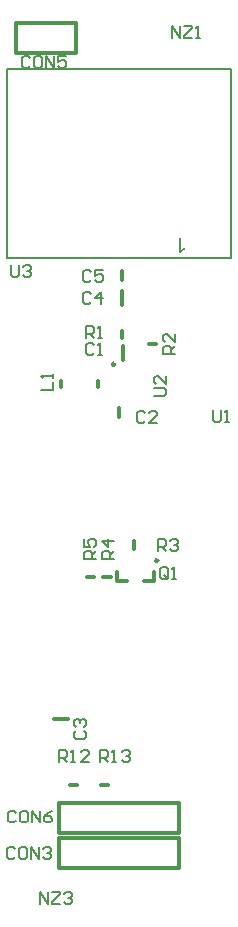
<source format=gto>
G04 Layer_Color=14474460*
%FSLAX24Y24*%
%MOIN*%
G70*
G01*
G75*
%ADD22C,0.0118*%
%ADD24C,0.0098*%
%ADD33C,0.0080*%
%ADD34C,0.0060*%
G36*
X6171Y22545D02*
X6172Y22546D01*
X6176Y22549D01*
X6180Y22553D01*
X6187Y22558D01*
X6195Y22565D01*
X6205Y22572D01*
X6217Y22580D01*
X6229Y22587D01*
X6230D01*
X6231Y22588D01*
X6235Y22591D01*
X6242Y22595D01*
X6251Y22599D01*
X6261Y22604D01*
X6272Y22609D01*
X6283Y22614D01*
X6293Y22618D01*
Y22560D01*
X6293D01*
X6291Y22558D01*
X6288Y22557D01*
X6285Y22555D01*
X6280Y22553D01*
X6275Y22550D01*
X6263Y22543D01*
X6249Y22535D01*
X6234Y22525D01*
X6219Y22514D01*
X6204Y22501D01*
X6204Y22501D01*
X6203Y22500D01*
X6201Y22498D01*
X6198Y22496D01*
X6191Y22489D01*
X6183Y22480D01*
X6174Y22470D01*
X6165Y22458D01*
X6157Y22447D01*
X6150Y22435D01*
X6110D01*
Y22933D01*
X6171D01*
Y22545D01*
D02*
G37*
D22*
X2480Y4724D02*
X2717D01*
X4213Y20709D02*
Y21181D01*
Y21535D02*
Y21850D01*
X4229Y18865D02*
Y19337D01*
X4110Y16975D02*
Y17290D01*
X1929Y6929D02*
X2402D01*
X6098Y1941D02*
Y2941D01*
X2098Y1941D02*
X6098D01*
X2098Y2941D02*
X6098D01*
X2098Y1941D02*
Y2941D01*
X665Y29106D02*
Y30106D01*
X2665D01*
Y29106D02*
Y30106D01*
X665Y29106D02*
X2665D01*
X3392Y17989D02*
Y18166D01*
X2152Y17989D02*
Y18166D01*
X4035Y11530D02*
X4370D01*
X4035D02*
Y11805D01*
X4921Y11530D02*
X5256D01*
Y11805D01*
X4189Y19613D02*
Y19849D01*
X5095Y19416D02*
X5331D01*
X4606Y12598D02*
Y12835D01*
X3583Y11654D02*
X3819D01*
X3031D02*
X3268D01*
X6098Y3122D02*
Y4122D01*
X2098Y3122D02*
X6098D01*
X2098Y4122D02*
X6098D01*
X2098Y3122D02*
Y4122D01*
X3504Y4724D02*
X3740D01*
D24*
X5404Y12195D02*
G03*
X5404Y12195I-49J0D01*
G01*
X3967Y18737D02*
G03*
X3967Y18737I-50J0D01*
G01*
D33*
X7834Y22283D02*
Y28583D01*
X384D02*
X7834D01*
X384Y22283D02*
Y28583D01*
Y22283D02*
X7834D01*
D34*
X1457Y748D02*
Y1148D01*
X1723Y748D01*
Y1148D01*
X1857D02*
X2123D01*
Y1081D01*
X1857Y815D01*
Y748D01*
X2123D01*
X2256Y1081D02*
X2323Y1148D01*
X2456D01*
X2523Y1081D01*
Y1015D01*
X2456Y948D01*
X2390D01*
X2456D01*
X2523Y881D01*
Y815D01*
X2456Y748D01*
X2323D01*
X2256Y815D01*
X2087Y5472D02*
Y5872D01*
X2287D01*
X2353Y5806D01*
Y5672D01*
X2287Y5606D01*
X2087D01*
X2220D02*
X2353Y5472D01*
X2486D02*
X2620D01*
X2553D01*
Y5872D01*
X2486Y5806D01*
X3086Y5472D02*
X2820D01*
X3086Y5739D01*
Y5806D01*
X3020Y5872D01*
X2886D01*
X2820Y5806D01*
X5866Y29606D02*
Y30006D01*
X6133Y29606D01*
Y30006D01*
X6266D02*
X6533D01*
Y29940D01*
X6266Y29673D01*
Y29606D01*
X6533D01*
X6666D02*
X6799D01*
X6733D01*
Y30006D01*
X6666Y29940D01*
X512Y22053D02*
Y21720D01*
X578Y21654D01*
X712D01*
X778Y21720D01*
Y22053D01*
X912Y21987D02*
X978Y22053D01*
X1112D01*
X1178Y21987D01*
Y21920D01*
X1112Y21853D01*
X1045D01*
X1112D01*
X1178Y21787D01*
Y21720D01*
X1112Y21654D01*
X978D01*
X912Y21720D01*
X3180Y21081D02*
X3113Y21148D01*
X2980D01*
X2913Y21081D01*
Y20815D01*
X2980Y20748D01*
X3113D01*
X3180Y20815D01*
X3513Y20748D02*
Y21148D01*
X3313Y20948D01*
X3580D01*
X3180Y21829D02*
X3113Y21896D01*
X2980D01*
X2913Y21829D01*
Y21563D01*
X2980Y21496D01*
X3113D01*
X3180Y21563D01*
X3580Y21896D02*
X3313D01*
Y21696D01*
X3447Y21763D01*
X3513D01*
X3580Y21696D01*
Y21563D01*
X3513Y21496D01*
X3380D01*
X3313Y21563D01*
X7244Y17211D02*
Y16878D01*
X7311Y16811D01*
X7444D01*
X7511Y16878D01*
Y17211D01*
X7644Y16811D02*
X7777D01*
X7711D01*
Y17211D01*
X7644Y17144D01*
X3275Y19395D02*
X3208Y19461D01*
X3075D01*
X3008Y19395D01*
Y19128D01*
X3075Y19061D01*
X3208D01*
X3275Y19128D01*
X3408Y19061D02*
X3541D01*
X3475D01*
Y19461D01*
X3408Y19395D01*
X4968Y17111D02*
X4901Y17178D01*
X4768D01*
X4701Y17111D01*
Y16845D01*
X4768Y16778D01*
X4901D01*
X4968Y16845D01*
X5367Y16778D02*
X5101D01*
X5367Y17045D01*
Y17111D01*
X5301Y17178D01*
X5167D01*
X5101Y17111D01*
X2659Y6526D02*
X2592Y6460D01*
Y6326D01*
X2659Y6260D01*
X2925D01*
X2992Y6326D01*
Y6460D01*
X2925Y6526D01*
X2659Y6660D02*
X2592Y6726D01*
Y6860D01*
X2659Y6926D01*
X2726D01*
X2792Y6860D01*
Y6793D01*
Y6860D01*
X2859Y6926D01*
X2925D01*
X2992Y6860D01*
Y6726D01*
X2925Y6660D01*
X621Y2577D02*
X554Y2644D01*
X421D01*
X354Y2577D01*
Y2311D01*
X421Y2244D01*
X554D01*
X621Y2311D01*
X954Y2644D02*
X821D01*
X754Y2577D01*
Y2311D01*
X821Y2244D01*
X954D01*
X1021Y2311D01*
Y2577D01*
X954Y2644D01*
X1154Y2244D02*
Y2644D01*
X1421Y2244D01*
Y2644D01*
X1554Y2577D02*
X1621Y2644D01*
X1754D01*
X1821Y2577D01*
Y2511D01*
X1754Y2444D01*
X1687D01*
X1754D01*
X1821Y2377D01*
Y2311D01*
X1754Y2244D01*
X1621D01*
X1554Y2311D01*
X1133Y28955D02*
X1066Y29022D01*
X933D01*
X866Y28955D01*
Y28689D01*
X933Y28622D01*
X1066D01*
X1133Y28689D01*
X1466Y29022D02*
X1333D01*
X1266Y28955D01*
Y28689D01*
X1333Y28622D01*
X1466D01*
X1533Y28689D01*
Y28955D01*
X1466Y29022D01*
X1666Y28622D02*
Y29022D01*
X1932Y28622D01*
Y29022D01*
X2332D02*
X2066D01*
Y28822D01*
X2199Y28889D01*
X2266D01*
X2332Y28822D01*
Y28689D01*
X2266Y28622D01*
X2132D01*
X2066Y28689D01*
X1490Y17874D02*
X1890D01*
Y18141D01*
Y18274D02*
Y18407D01*
Y18341D01*
X1490D01*
X1557Y18274D01*
X5739Y11641D02*
Y11908D01*
X5672Y11975D01*
X5539D01*
X5472Y11908D01*
Y11641D01*
X5539Y11575D01*
X5672D01*
X5606Y11708D02*
X5739Y11575D01*
X5672D02*
X5739Y11641D01*
X5872Y11575D02*
X6006D01*
X5939D01*
Y11975D01*
X5872Y11908D01*
X3008Y19613D02*
Y20013D01*
X3208D01*
X3275Y19946D01*
Y19813D01*
X3208Y19746D01*
X3008D01*
X3141D02*
X3275Y19613D01*
X3408D02*
X3541D01*
X3475D01*
Y20013D01*
X3408Y19946D01*
X5984Y19094D02*
X5584D01*
Y19294D01*
X5651Y19361D01*
X5784D01*
X5851Y19294D01*
Y19094D01*
Y19228D02*
X5984Y19361D01*
Y19761D02*
Y19494D01*
X5718Y19761D01*
X5651D01*
X5584Y19694D01*
Y19561D01*
X5651Y19494D01*
X5394Y12520D02*
Y12920D01*
X5594D01*
X5660Y12853D01*
Y12720D01*
X5594Y12653D01*
X5394D01*
X5527D02*
X5660Y12520D01*
X5794Y12853D02*
X5860Y12920D01*
X5994D01*
X6060Y12853D01*
Y12786D01*
X5994Y12720D01*
X5927D01*
X5994D01*
X6060Y12653D01*
Y12586D01*
X5994Y12520D01*
X5860D01*
X5794Y12586D01*
X3937Y12244D02*
X3537D01*
Y12444D01*
X3604Y12511D01*
X3737D01*
X3804Y12444D01*
Y12244D01*
Y12377D02*
X3937Y12511D01*
Y12844D02*
X3537D01*
X3737Y12644D01*
Y12911D01*
X3346Y12244D02*
X2947D01*
Y12444D01*
X3013Y12511D01*
X3147D01*
X3213Y12444D01*
Y12244D01*
Y12377D02*
X3346Y12511D01*
X2947Y12911D02*
Y12644D01*
X3147D01*
X3080Y12777D01*
Y12844D01*
X3147Y12911D01*
X3280D01*
X3346Y12844D01*
Y12711D01*
X3280Y12644D01*
X5269Y17677D02*
X5603D01*
X5669Y17744D01*
Y17877D01*
X5603Y17944D01*
X5269D01*
X5669Y18344D02*
Y18077D01*
X5403Y18344D01*
X5336D01*
X5269Y18277D01*
Y18144D01*
X5336Y18077D01*
X660Y3798D02*
X594Y3864D01*
X460D01*
X394Y3798D01*
Y3531D01*
X460Y3465D01*
X594D01*
X660Y3531D01*
X993Y3864D02*
X860D01*
X794Y3798D01*
Y3531D01*
X860Y3465D01*
X993D01*
X1060Y3531D01*
Y3798D01*
X993Y3864D01*
X1193Y3465D02*
Y3864D01*
X1460Y3465D01*
Y3864D01*
X1860D02*
X1727Y3798D01*
X1593Y3665D01*
Y3531D01*
X1660Y3465D01*
X1793D01*
X1860Y3531D01*
Y3598D01*
X1793Y3665D01*
X1593D01*
X3459Y5466D02*
Y5866D01*
X3659D01*
X3726Y5800D01*
Y5666D01*
X3659Y5600D01*
X3459D01*
X3592D02*
X3726Y5466D01*
X3859D02*
X3992D01*
X3925D01*
Y5866D01*
X3859Y5800D01*
X4192D02*
X4259Y5866D01*
X4392D01*
X4459Y5800D01*
Y5733D01*
X4392Y5666D01*
X4325D01*
X4392D01*
X4459Y5600D01*
Y5533D01*
X4392Y5466D01*
X4259D01*
X4192Y5533D01*
M02*

</source>
